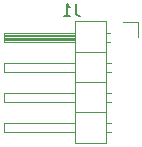
<source format=gbo>
%TF.GenerationSoftware,KiCad,Pcbnew,(5.1.10-1-10_14)*%
%TF.CreationDate,2021-10-20T08:18:25-04:00*%
%TF.ProjectId,traffic-light,74726166-6669-4632-9d6c-696768742e6b,rev?*%
%TF.SameCoordinates,Original*%
%TF.FileFunction,Legend,Bot*%
%TF.FilePolarity,Positive*%
%FSLAX46Y46*%
G04 Gerber Fmt 4.6, Leading zero omitted, Abs format (unit mm)*
G04 Created by KiCad (PCBNEW (5.1.10-1-10_14)) date 2021-10-20 08:18:25*
%MOMM*%
%LPD*%
G01*
G04 APERTURE LIST*
%ADD10C,0.120000*%
%ADD11C,0.150000*%
G04 APERTURE END LIST*
D10*
%TO.C,J1*%
X111590000Y-82490000D02*
X111590000Y-92770000D01*
X111590000Y-92770000D02*
X108930000Y-92770000D01*
X108930000Y-92770000D02*
X108930000Y-82490000D01*
X108930000Y-82490000D02*
X111590000Y-82490000D01*
X108930000Y-83440000D02*
X102930000Y-83440000D01*
X102930000Y-83440000D02*
X102930000Y-84200000D01*
X102930000Y-84200000D02*
X108930000Y-84200000D01*
X108930000Y-83500000D02*
X102930000Y-83500000D01*
X108930000Y-83620000D02*
X102930000Y-83620000D01*
X108930000Y-83740000D02*
X102930000Y-83740000D01*
X108930000Y-83860000D02*
X102930000Y-83860000D01*
X108930000Y-83980000D02*
X102930000Y-83980000D01*
X108930000Y-84100000D02*
X102930000Y-84100000D01*
X111920000Y-83440000D02*
X111590000Y-83440000D01*
X111920000Y-84200000D02*
X111590000Y-84200000D01*
X111590000Y-85090000D02*
X108930000Y-85090000D01*
X108930000Y-85980000D02*
X102930000Y-85980000D01*
X102930000Y-85980000D02*
X102930000Y-86740000D01*
X102930000Y-86740000D02*
X108930000Y-86740000D01*
X111987071Y-85980000D02*
X111590000Y-85980000D01*
X111987071Y-86740000D02*
X111590000Y-86740000D01*
X111590000Y-87630000D02*
X108930000Y-87630000D01*
X108930000Y-88520000D02*
X102930000Y-88520000D01*
X102930000Y-88520000D02*
X102930000Y-89280000D01*
X102930000Y-89280000D02*
X108930000Y-89280000D01*
X111987071Y-88520000D02*
X111590000Y-88520000D01*
X111987071Y-89280000D02*
X111590000Y-89280000D01*
X111590000Y-90170000D02*
X108930000Y-90170000D01*
X108930000Y-91060000D02*
X102930000Y-91060000D01*
X102930000Y-91060000D02*
X102930000Y-91820000D01*
X102930000Y-91820000D02*
X108930000Y-91820000D01*
X111987071Y-91060000D02*
X111590000Y-91060000D01*
X111987071Y-91820000D02*
X111590000Y-91820000D01*
X114300000Y-83820000D02*
X114300000Y-82550000D01*
X114300000Y-82550000D02*
X113030000Y-82550000D01*
D11*
X108978333Y-81002380D02*
X108978333Y-81716666D01*
X109025952Y-81859523D01*
X109121190Y-81954761D01*
X109264047Y-82002380D01*
X109359285Y-82002380D01*
X107978333Y-82002380D02*
X108549761Y-82002380D01*
X108264047Y-82002380D02*
X108264047Y-81002380D01*
X108359285Y-81145238D01*
X108454523Y-81240476D01*
X108549761Y-81288095D01*
%TD*%
M02*

</source>
